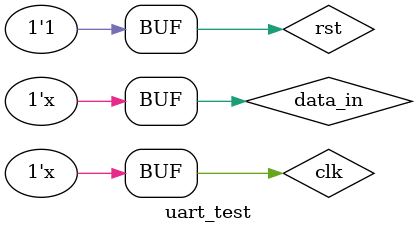
<source format=v>
`timescale 1ns / 1ps


module uart_test;

	// Inputs
	reg data_in;
	reg clk;
	reg rst;

	// Outputs
	wire data_out;
	wire Int_T_show;

	// Instantiate the Unit Under Test (UUT)
	Uart uut (
		.data_in(data_in), 
		.data_out(data_out), 
		.Int_T_show(Int_T_show), 
		.clk(clk), 
		.rst(rst)
	);

	initial begin
		// Initialize Inputs
		data_in = 0;
		clk = 0;
		rst = 0;

		// Wait 100 ns for global reset to finish
		#100;
      
      rst = 1;
		// Add stimulus here

	end
      always #0.005 clk = ~clk;
		always #10 data_in = ~data_in;
      
endmodule


</source>
